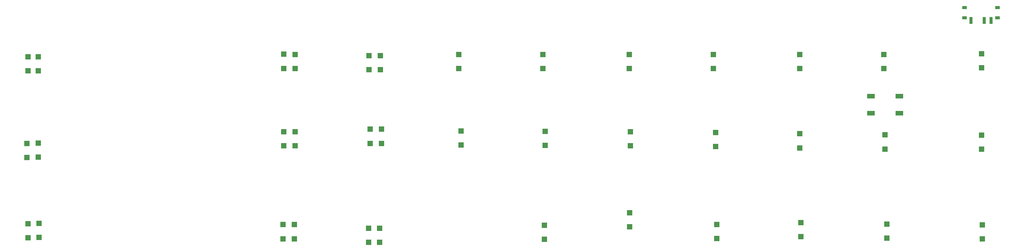
<source format=gbp>
G04 #@! TF.GenerationSoftware,KiCad,Pcbnew,(5.1.5-0-10_14)*
G04 #@! TF.CreationDate,2021-05-19T21:25:40+03:00*
G04 #@! TF.ProjectId,PRKL30,50524b4c-3330-42e6-9b69-6361645f7063,rev?*
G04 #@! TF.SameCoordinates,Original*
G04 #@! TF.FileFunction,Paste,Bot*
G04 #@! TF.FilePolarity,Positive*
%FSLAX46Y46*%
G04 Gerber Fmt 4.6, Leading zero omitted, Abs format (unit mm)*
G04 Created by KiCad (PCBNEW (5.1.5-0-10_14)) date 2021-05-19 21:25:40*
%MOMM*%
%LPD*%
G04 APERTURE LIST*
%ADD10R,1.200000X1.200000*%
%ADD11R,1.700000X1.000000*%
%ADD12R,0.700000X1.500000*%
%ADD13R,1.000000X0.800000*%
G04 APERTURE END LIST*
D10*
X146558000Y-68377000D03*
X146558000Y-65227000D03*
X130048000Y-68123000D03*
X130048000Y-64973000D03*
X70300000Y-68631000D03*
X70300000Y-65481000D03*
X72644000Y-68631000D03*
X72644000Y-65481000D03*
X127508000Y-68072000D03*
X127508000Y-64922000D03*
X149098000Y-65227000D03*
X149098000Y-68377000D03*
X166624000Y-64973000D03*
X166624000Y-68123000D03*
X185420000Y-64973000D03*
X185420000Y-68123000D03*
X204724000Y-64973000D03*
X204724000Y-68123000D03*
X223520000Y-64973000D03*
X223520000Y-68123000D03*
X242824000Y-64973000D03*
X242824000Y-68123000D03*
X261620000Y-64973000D03*
X261620000Y-68123000D03*
X283464000Y-64770000D03*
X283464000Y-67920000D03*
X70104000Y-84836000D03*
X70104000Y-87986000D03*
X72644000Y-84785000D03*
X72644000Y-87935000D03*
X127508000Y-82245000D03*
X127508000Y-85395000D03*
X130048000Y-82261000D03*
X130048000Y-85411000D03*
X146812000Y-81686000D03*
X146812000Y-84836000D03*
X149352000Y-81686000D03*
X149352000Y-84836000D03*
X167132000Y-82042000D03*
X167132000Y-85192000D03*
X185928000Y-85301000D03*
X185928000Y-82151000D03*
X204978000Y-85395000D03*
X204978000Y-82245000D03*
X224028000Y-85555000D03*
X224028000Y-82405000D03*
X242824000Y-85852000D03*
X242824000Y-82702000D03*
X261874000Y-86106000D03*
X261874000Y-82956000D03*
X70300000Y-105975000D03*
X70300000Y-102825000D03*
X72800000Y-105875000D03*
X72800000Y-102725000D03*
X127300000Y-106175000D03*
X127300000Y-103025000D03*
X129800000Y-106175000D03*
X129800000Y-103025000D03*
X146420000Y-106955000D03*
X146420000Y-103805000D03*
X148930000Y-106975000D03*
X148930000Y-103825000D03*
X185740000Y-106317000D03*
X185740000Y-103167000D03*
X204786000Y-103491000D03*
X204786000Y-100341000D03*
X224282000Y-106133000D03*
X224282000Y-102983000D03*
X243078000Y-102565000D03*
X243078000Y-105715000D03*
X262276000Y-102901000D03*
X262276000Y-106051000D03*
X283566000Y-103081000D03*
X283566000Y-106231000D03*
D11*
X258724000Y-78100000D03*
X265024000Y-78100000D03*
X258724000Y-74300000D03*
X265024000Y-74300000D03*
D10*
X283464000Y-83007000D03*
X283464000Y-86157000D03*
D12*
X281050000Y-57372600D03*
X284050000Y-57372600D03*
X285550000Y-57372600D03*
D13*
X279650000Y-54512600D03*
X286950000Y-54512600D03*
X286950000Y-56722600D03*
X279650000Y-56722600D03*
M02*

</source>
